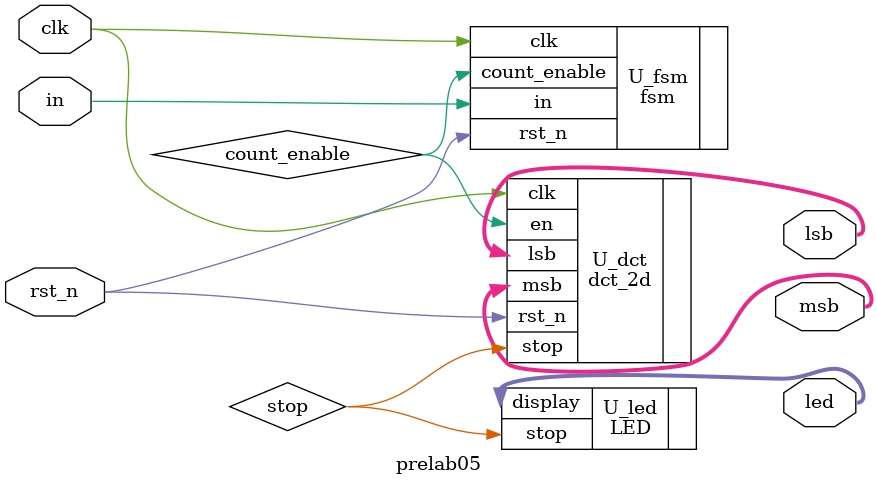
<source format=v>
`timescale 1ns / 1ps

`define BCD_BIT_WIDTH 4
module prelab05(
    clk,    // global clock
    rst_n,  // low actie reset
    in,      // input for FSM
    msb,
    lsb,
    led,
);

    input clk;
    input rst_n;
    input in;

    output [`BCD_BIT_WIDTH - 1:0]msb;
    output [`BCD_BIT_WIDTH - 1:0]lsb;
    output [15:0]led;

    wire count_enable;  // for connection of fsm and counter
    wire stop;  // decrease enable signal will connect to the led signal


    fsm U_fsm(
        .count_enable(count_enable),
        .in(in),    // input control
        .clk(clk), 
        .rst_n(rst_n)
    );

    dct_2d U_dct(
      .msb(msb),
      .lsb(lsb), 
      .clk(clk), 
      .rst_n(rst_n), 
      .en(count_enable),
      .stop(stop)
    );

    LED U_led(
        .stop(stop),
        .display(led)
    );
endmodule

</source>
